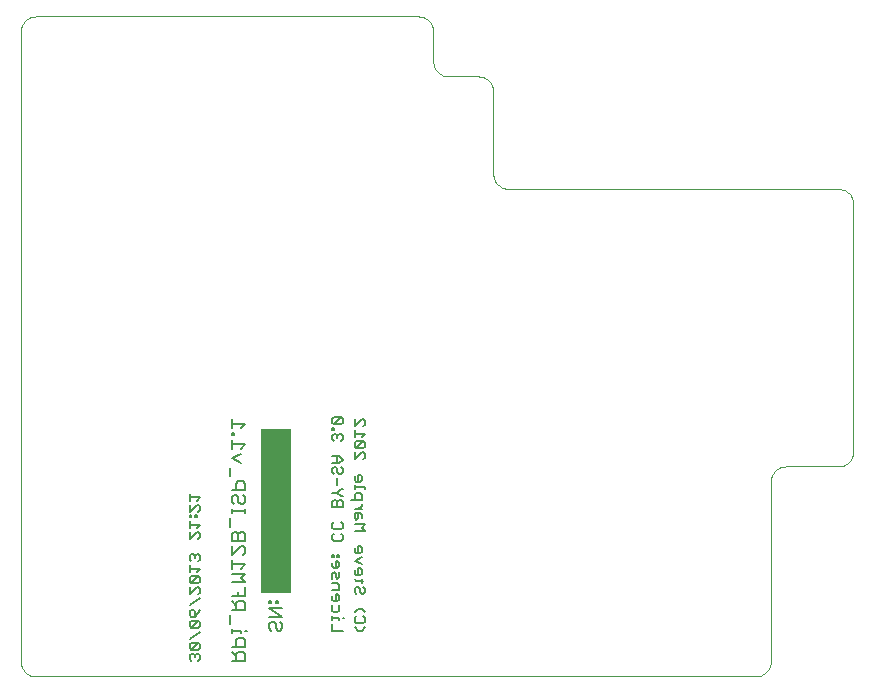
<source format=gbo>
G75*
G70*
%OFA0B0*%
%FSLAX24Y24*%
%IPPOS*%
%LPD*%
%AMOC8*
5,1,8,0,0,1.08239X$1,22.5*
%
%ADD10R,0.1000X0.5500*%
%ADD11C,0.0060*%
%ADD12C,0.0050*%
%ADD13C,0.0000*%
D10*
X009680Y006680D03*
D11*
X008650Y006694D02*
X008210Y006694D01*
X008210Y006621D02*
X008210Y006768D01*
X008283Y006928D02*
X008210Y007001D01*
X008210Y007148D01*
X008283Y007221D01*
X008357Y007221D01*
X008430Y007148D01*
X008430Y007001D01*
X008504Y006928D01*
X008577Y006928D01*
X008650Y007001D01*
X008650Y007148D01*
X008577Y007221D01*
X008650Y007388D02*
X008210Y007388D01*
X008357Y007388D02*
X008357Y007608D01*
X008430Y007682D01*
X008577Y007682D01*
X008650Y007608D01*
X008650Y007388D01*
X008137Y007849D02*
X008137Y008142D01*
X008210Y008456D02*
X008504Y008603D01*
X008504Y008769D02*
X008650Y008916D01*
X008210Y008916D01*
X008210Y008769D02*
X008210Y009063D01*
X008210Y009230D02*
X008210Y009303D01*
X008283Y009303D01*
X008283Y009230D01*
X008210Y009230D01*
X008210Y009460D02*
X008210Y009754D01*
X008210Y009607D02*
X008650Y009607D01*
X008504Y009460D01*
X008210Y008456D02*
X008504Y008309D01*
X008650Y006768D02*
X008650Y006621D01*
X008137Y006454D02*
X008137Y006160D01*
X008283Y005994D02*
X008210Y005920D01*
X008210Y005700D01*
X008650Y005700D01*
X008650Y005920D01*
X008577Y005994D01*
X008504Y005994D01*
X008430Y005920D01*
X008430Y005700D01*
X008504Y005533D02*
X008577Y005533D01*
X008650Y005460D01*
X008650Y005313D01*
X008577Y005240D01*
X008504Y005533D02*
X008210Y005240D01*
X008210Y005533D01*
X008430Y005920D02*
X008357Y005994D01*
X008283Y005994D01*
X008210Y005073D02*
X008210Y004779D01*
X008210Y004926D02*
X008650Y004926D01*
X008504Y004779D01*
X008650Y004612D02*
X008210Y004612D01*
X008210Y004319D02*
X008650Y004319D01*
X008504Y004466D01*
X008650Y004612D01*
X008650Y004152D02*
X008650Y003858D01*
X008210Y003858D01*
X008210Y003692D02*
X008357Y003545D01*
X008357Y003618D02*
X008357Y003398D01*
X008210Y003398D02*
X008650Y003398D01*
X008650Y003618D01*
X008577Y003692D01*
X008430Y003692D01*
X008357Y003618D01*
X008430Y003858D02*
X008430Y004005D01*
X008137Y003231D02*
X008137Y002938D01*
X008210Y002778D02*
X008210Y002631D01*
X008210Y002704D02*
X008504Y002704D01*
X008504Y002631D01*
X008650Y002704D02*
X008724Y002704D01*
X008577Y002464D02*
X008430Y002464D01*
X008357Y002391D01*
X008357Y002170D01*
X008210Y002170D02*
X008650Y002170D01*
X008650Y002391D01*
X008577Y002464D01*
X008577Y002004D02*
X008430Y002004D01*
X008357Y001930D01*
X008357Y001710D01*
X008357Y001857D02*
X008210Y002004D01*
X008210Y001710D02*
X008650Y001710D01*
X008650Y001930D01*
X008577Y002004D01*
X009460Y002783D02*
X009533Y002710D01*
X009460Y002783D02*
X009460Y002930D01*
X009533Y003004D01*
X009607Y003004D01*
X009680Y002930D01*
X009680Y002783D01*
X009754Y002710D01*
X009827Y002710D01*
X009900Y002783D01*
X009900Y002930D01*
X009827Y003004D01*
X009900Y003170D02*
X009460Y003170D01*
X009460Y003464D02*
X009900Y003464D01*
X009754Y003631D02*
X009680Y003631D01*
X009680Y003704D01*
X009754Y003704D01*
X009754Y003631D01*
X009533Y003631D02*
X009533Y003704D01*
X009460Y003704D01*
X009460Y003631D01*
X009533Y003631D01*
X009460Y003464D02*
X009900Y003170D01*
D12*
X011555Y003190D02*
X011555Y003073D01*
X011555Y003132D02*
X011789Y003132D01*
X011789Y003073D01*
X011905Y003132D02*
X011964Y003132D01*
X011730Y003319D02*
X011613Y003319D01*
X011555Y003377D01*
X011555Y003552D01*
X011613Y003687D02*
X011730Y003687D01*
X011789Y003746D01*
X011789Y003862D01*
X011730Y003921D01*
X011672Y003921D01*
X011672Y003687D01*
X011613Y003687D02*
X011555Y003746D01*
X011555Y003862D01*
X011555Y004055D02*
X011789Y004055D01*
X011789Y004231D01*
X011730Y004289D01*
X011555Y004289D01*
X011555Y004424D02*
X011555Y004599D01*
X011613Y004657D01*
X011672Y004599D01*
X011672Y004482D01*
X011730Y004424D01*
X011789Y004482D01*
X011789Y004657D01*
X011730Y004792D02*
X011789Y004850D01*
X011789Y004967D01*
X011730Y005026D01*
X011672Y005026D01*
X011672Y004792D01*
X011730Y004792D02*
X011613Y004792D01*
X011555Y004850D01*
X011555Y004967D01*
X011555Y005160D02*
X011613Y005160D01*
X011613Y005219D01*
X011555Y005219D01*
X011555Y005160D01*
X011730Y005160D02*
X011789Y005160D01*
X011789Y005219D01*
X011730Y005219D01*
X011730Y005160D01*
X011613Y005713D02*
X011555Y005771D01*
X011555Y005888D01*
X011613Y005946D01*
X011613Y006081D02*
X011555Y006140D01*
X011555Y006256D01*
X011613Y006315D01*
X011613Y006081D02*
X011847Y006081D01*
X011905Y006140D01*
X011905Y006256D01*
X011847Y006315D01*
X011847Y005946D02*
X011905Y005888D01*
X011905Y005771D01*
X011847Y005713D01*
X011613Y005713D01*
X012305Y005458D02*
X012305Y005342D01*
X012363Y005283D01*
X012480Y005283D01*
X012539Y005342D01*
X012539Y005458D01*
X012480Y005517D01*
X012422Y005517D01*
X012422Y005283D01*
X012539Y005148D02*
X012305Y005032D01*
X012539Y004915D01*
X012480Y004780D02*
X012422Y004780D01*
X012422Y004547D01*
X012480Y004547D02*
X012363Y004547D01*
X012305Y004605D01*
X012305Y004722D01*
X012480Y004780D02*
X012539Y004722D01*
X012539Y004605D01*
X012480Y004547D01*
X012539Y004418D02*
X012539Y004301D01*
X012597Y004359D02*
X012363Y004359D01*
X012305Y004418D01*
X012363Y004166D02*
X012305Y004108D01*
X012305Y003991D01*
X012363Y003933D01*
X012480Y003991D02*
X012480Y004108D01*
X012422Y004166D01*
X012363Y004166D01*
X012480Y003991D02*
X012539Y003933D01*
X012597Y003933D01*
X012655Y003991D01*
X012655Y004108D01*
X012597Y004166D01*
X012539Y003436D02*
X012422Y003436D01*
X012305Y003319D01*
X012363Y003184D02*
X012305Y003126D01*
X012305Y003009D01*
X012363Y002951D01*
X012597Y002951D01*
X012655Y003009D01*
X012655Y003126D01*
X012597Y003184D01*
X012655Y003319D02*
X012539Y003436D01*
X012655Y002822D02*
X012539Y002705D01*
X012422Y002705D01*
X012305Y002822D01*
X011905Y002705D02*
X011555Y002705D01*
X011555Y002939D01*
X011730Y003319D02*
X011789Y003377D01*
X011789Y003552D01*
X012305Y006020D02*
X012655Y006020D01*
X012539Y006137D01*
X012655Y006253D01*
X012305Y006253D01*
X012363Y006388D02*
X012422Y006447D01*
X012422Y006622D01*
X012480Y006622D02*
X012305Y006622D01*
X012305Y006447D01*
X012363Y006388D01*
X012539Y006447D02*
X012539Y006563D01*
X012480Y006622D01*
X012422Y006756D02*
X012539Y006873D01*
X012539Y006932D01*
X012539Y007063D02*
X012539Y007239D01*
X012480Y007297D01*
X012363Y007297D01*
X012305Y007239D01*
X012305Y007063D01*
X012188Y007063D02*
X012539Y007063D01*
X012539Y006756D02*
X012305Y006756D01*
X011905Y006818D02*
X011905Y006993D01*
X011847Y007051D01*
X011789Y007051D01*
X011730Y006993D01*
X011730Y006818D01*
X011730Y006993D02*
X011672Y007051D01*
X011613Y007051D01*
X011555Y006993D01*
X011555Y006818D01*
X011905Y006818D01*
X011905Y007186D02*
X011847Y007186D01*
X011730Y007303D01*
X011555Y007303D01*
X011730Y007303D02*
X011847Y007420D01*
X011905Y007420D01*
X011730Y007554D02*
X011730Y007788D01*
X011789Y007923D02*
X011730Y007981D01*
X011730Y008098D01*
X011672Y008156D01*
X011613Y008156D01*
X011555Y008098D01*
X011555Y007981D01*
X011613Y007923D01*
X011789Y007923D02*
X011847Y007923D01*
X011905Y007981D01*
X011905Y008098D01*
X011847Y008156D01*
X011789Y008291D02*
X011905Y008408D01*
X011789Y008525D01*
X011555Y008525D01*
X011730Y008525D02*
X011730Y008291D01*
X011789Y008291D02*
X011555Y008291D01*
X012305Y008414D02*
X012539Y008647D01*
X012597Y008647D01*
X012655Y008589D01*
X012655Y008472D01*
X012597Y008414D01*
X012305Y008414D02*
X012305Y008647D01*
X012363Y008782D02*
X012597Y009016D01*
X012363Y009016D01*
X012305Y008957D01*
X012305Y008841D01*
X012363Y008782D01*
X012597Y008782D01*
X012655Y008841D01*
X012655Y008957D01*
X012597Y009016D01*
X012539Y009151D02*
X012655Y009267D01*
X012305Y009267D01*
X012305Y009151D02*
X012305Y009384D01*
X012305Y009519D02*
X012539Y009752D01*
X012597Y009752D01*
X012655Y009694D01*
X012655Y009577D01*
X012597Y009519D01*
X012305Y009519D02*
X012305Y009752D01*
X011905Y009755D02*
X011905Y009639D01*
X011847Y009580D01*
X011613Y009580D01*
X011847Y009814D01*
X011613Y009814D01*
X011555Y009755D01*
X011555Y009639D01*
X011613Y009580D01*
X011613Y009454D02*
X011555Y009454D01*
X011555Y009396D01*
X011613Y009396D01*
X011613Y009454D01*
X011613Y009261D02*
X011555Y009203D01*
X011555Y009086D01*
X011613Y009028D01*
X011730Y009144D02*
X011730Y009203D01*
X011672Y009261D01*
X011613Y009261D01*
X011730Y009203D02*
X011789Y009261D01*
X011847Y009261D01*
X011905Y009203D01*
X011905Y009086D01*
X011847Y009028D01*
X011905Y009755D02*
X011847Y009814D01*
X012422Y007911D02*
X012422Y007677D01*
X012480Y007677D02*
X012363Y007677D01*
X012305Y007736D01*
X012305Y007852D01*
X012422Y007911D02*
X012480Y007911D01*
X012539Y007852D01*
X012539Y007736D01*
X012480Y007677D01*
X012305Y007548D02*
X012305Y007432D01*
X012305Y007490D02*
X012655Y007490D01*
X012655Y007432D01*
X007155Y007162D02*
X007039Y007046D01*
X007039Y006911D02*
X007097Y006911D01*
X007155Y006852D01*
X007155Y006736D01*
X007097Y006677D01*
X007039Y006551D02*
X006980Y006551D01*
X006980Y006493D01*
X007039Y006493D01*
X007039Y006551D01*
X006863Y006551D02*
X006805Y006551D01*
X006805Y006493D01*
X006863Y006493D01*
X006863Y006551D01*
X006805Y006677D02*
X007039Y006911D01*
X006805Y006911D02*
X006805Y006677D01*
X006805Y006358D02*
X006805Y006125D01*
X006805Y006242D02*
X007155Y006242D01*
X007039Y006125D01*
X007039Y005990D02*
X007097Y005990D01*
X007155Y005932D01*
X007155Y005815D01*
X007097Y005756D01*
X007039Y005990D02*
X006805Y005756D01*
X006805Y005990D01*
X006863Y005253D02*
X006805Y005195D01*
X006805Y005078D01*
X006863Y005020D01*
X006805Y004885D02*
X006805Y004652D01*
X006805Y004768D02*
X007155Y004768D01*
X007039Y004652D01*
X007097Y004517D02*
X006863Y004517D01*
X006805Y004458D01*
X006805Y004342D01*
X006863Y004283D01*
X007097Y004517D01*
X007155Y004458D01*
X007155Y004342D01*
X007097Y004283D01*
X006863Y004283D01*
X006805Y004148D02*
X006805Y003915D01*
X007039Y004148D01*
X007097Y004148D01*
X007155Y004090D01*
X007155Y003973D01*
X007097Y003915D01*
X007155Y003780D02*
X006805Y003547D01*
X006863Y003412D02*
X006922Y003412D01*
X006980Y003353D01*
X006980Y003178D01*
X006863Y003178D01*
X006805Y003237D01*
X006805Y003353D01*
X006863Y003412D01*
X007097Y003295D02*
X006980Y003178D01*
X007097Y003295D02*
X007155Y003412D01*
X007097Y003043D02*
X006863Y003043D01*
X006805Y002985D01*
X006805Y002868D01*
X006863Y002810D01*
X007097Y003043D01*
X007155Y002985D01*
X007155Y002868D01*
X007097Y002810D01*
X006863Y002810D01*
X007155Y002675D02*
X006805Y002442D01*
X006863Y002307D02*
X006805Y002248D01*
X006805Y002132D01*
X006863Y002073D01*
X007097Y002307D01*
X006863Y002307D01*
X006863Y002073D02*
X007097Y002073D01*
X007155Y002132D01*
X007155Y002248D01*
X007097Y002307D01*
X007097Y001939D02*
X007039Y001939D01*
X006980Y001880D01*
X006922Y001939D01*
X006863Y001939D01*
X006805Y001880D01*
X006805Y001763D01*
X006863Y001705D01*
X006980Y001822D02*
X006980Y001880D01*
X007097Y001939D02*
X007155Y001880D01*
X007155Y001763D01*
X007097Y001705D01*
X007097Y005020D02*
X007155Y005078D01*
X007155Y005195D01*
X007097Y005253D01*
X007039Y005253D01*
X006980Y005195D01*
X006922Y005253D01*
X006863Y005253D01*
X006980Y005195D02*
X006980Y005137D01*
X006805Y007046D02*
X006805Y007279D01*
X006805Y007162D02*
X007155Y007162D01*
D13*
X001680Y001180D02*
X025680Y001180D01*
X025724Y001182D01*
X025767Y001188D01*
X025809Y001197D01*
X025851Y001210D01*
X025891Y001227D01*
X025930Y001247D01*
X025967Y001270D01*
X026001Y001297D01*
X026034Y001326D01*
X026063Y001359D01*
X026090Y001393D01*
X026113Y001430D01*
X026133Y001469D01*
X026150Y001509D01*
X026163Y001551D01*
X026172Y001593D01*
X026178Y001636D01*
X026180Y001680D01*
X026180Y007680D01*
X026182Y007724D01*
X026188Y007767D01*
X026197Y007809D01*
X026210Y007851D01*
X026227Y007891D01*
X026247Y007930D01*
X026270Y007967D01*
X026297Y008001D01*
X026326Y008034D01*
X026359Y008063D01*
X026393Y008090D01*
X026430Y008113D01*
X026469Y008133D01*
X026509Y008150D01*
X026551Y008163D01*
X026593Y008172D01*
X026636Y008178D01*
X026680Y008180D01*
X028430Y008180D01*
X028474Y008182D01*
X028517Y008188D01*
X028559Y008197D01*
X028601Y008210D01*
X028641Y008227D01*
X028680Y008247D01*
X028717Y008270D01*
X028751Y008297D01*
X028784Y008326D01*
X028813Y008359D01*
X028840Y008393D01*
X028863Y008430D01*
X028883Y008469D01*
X028900Y008509D01*
X028913Y008551D01*
X028922Y008593D01*
X028928Y008636D01*
X028930Y008680D01*
X028930Y016930D01*
X028928Y016974D01*
X028922Y017017D01*
X028913Y017059D01*
X028900Y017101D01*
X028883Y017141D01*
X028863Y017180D01*
X028840Y017217D01*
X028813Y017251D01*
X028784Y017284D01*
X028751Y017313D01*
X028717Y017340D01*
X028680Y017363D01*
X028641Y017383D01*
X028601Y017400D01*
X028559Y017413D01*
X028517Y017422D01*
X028474Y017428D01*
X028430Y017430D01*
X017430Y017430D01*
X017386Y017432D01*
X017343Y017438D01*
X017301Y017447D01*
X017259Y017460D01*
X017219Y017477D01*
X017180Y017497D01*
X017143Y017520D01*
X017109Y017547D01*
X017076Y017576D01*
X017047Y017609D01*
X017020Y017643D01*
X016997Y017680D01*
X016977Y017719D01*
X016960Y017759D01*
X016947Y017801D01*
X016938Y017843D01*
X016932Y017886D01*
X016930Y017930D01*
X016930Y020680D01*
X016928Y020724D01*
X016922Y020767D01*
X016913Y020809D01*
X016900Y020851D01*
X016883Y020891D01*
X016863Y020930D01*
X016840Y020967D01*
X016813Y021001D01*
X016784Y021034D01*
X016751Y021063D01*
X016717Y021090D01*
X016680Y021113D01*
X016641Y021133D01*
X016601Y021150D01*
X016559Y021163D01*
X016517Y021172D01*
X016474Y021178D01*
X016430Y021180D01*
X015430Y021180D01*
X015386Y021182D01*
X015343Y021188D01*
X015301Y021197D01*
X015259Y021210D01*
X015219Y021227D01*
X015180Y021247D01*
X015143Y021270D01*
X015109Y021297D01*
X015076Y021326D01*
X015047Y021359D01*
X015020Y021393D01*
X014997Y021430D01*
X014977Y021469D01*
X014960Y021509D01*
X014947Y021551D01*
X014938Y021593D01*
X014932Y021636D01*
X014930Y021680D01*
X014930Y022680D01*
X014928Y022724D01*
X014922Y022767D01*
X014913Y022809D01*
X014900Y022851D01*
X014883Y022891D01*
X014863Y022930D01*
X014840Y022967D01*
X014813Y023001D01*
X014784Y023034D01*
X014751Y023063D01*
X014717Y023090D01*
X014680Y023113D01*
X014641Y023133D01*
X014601Y023150D01*
X014559Y023163D01*
X014517Y023172D01*
X014474Y023178D01*
X014430Y023180D01*
X001680Y023180D01*
X001636Y023178D01*
X001593Y023172D01*
X001551Y023163D01*
X001509Y023150D01*
X001469Y023133D01*
X001430Y023113D01*
X001393Y023090D01*
X001359Y023063D01*
X001326Y023034D01*
X001297Y023001D01*
X001270Y022967D01*
X001247Y022930D01*
X001227Y022891D01*
X001210Y022851D01*
X001197Y022809D01*
X001188Y022767D01*
X001182Y022724D01*
X001180Y022680D01*
X001180Y001680D01*
X001182Y001636D01*
X001188Y001593D01*
X001197Y001551D01*
X001210Y001509D01*
X001227Y001469D01*
X001247Y001430D01*
X001270Y001393D01*
X001297Y001359D01*
X001326Y001326D01*
X001359Y001297D01*
X001393Y001270D01*
X001430Y001247D01*
X001469Y001227D01*
X001509Y001210D01*
X001551Y001197D01*
X001593Y001188D01*
X001636Y001182D01*
X001680Y001180D01*
M02*

</source>
